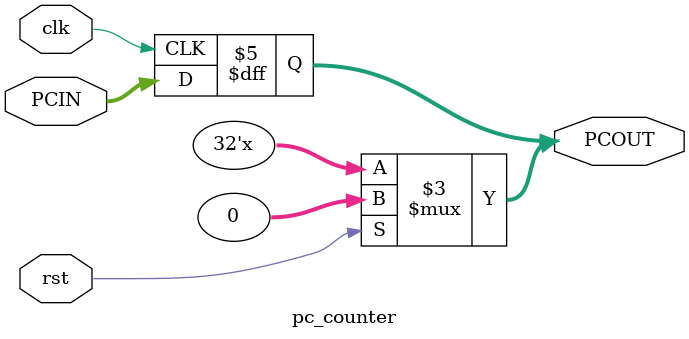
<source format=v>
`timescale 1ns / 1ps


module pc_counter #(parameter ADDRESS = 32)
                   (input wire [ADDRESS - 1 : 0] PCIN,
                    input clk, rst,
                    output reg [ADDRESS - 1 : 0] PCOUT);
                    
    always @ (rst)
        if (rst)
            PCOUT <= 0;
    always @ (posedge clk)
        PCOUT <= PCIN;
endmodule

</source>
